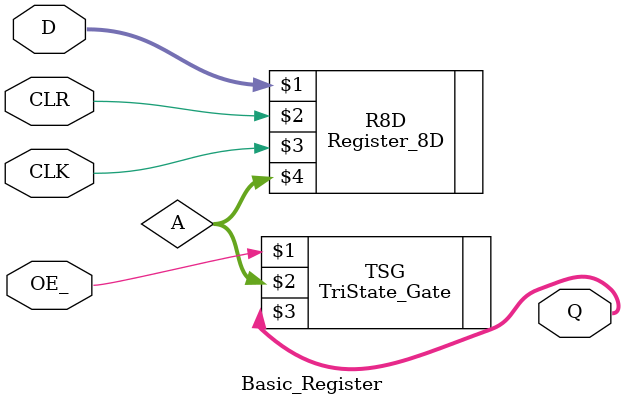
<source format=v>
`timescale 1ns / 1ps


module Basic_Register(
    input [7:0] D,
    input CLK,CLR,OE_,
    output [7:0] Q
    );

    wire [7:0] A;
    Register_8D R8D(D,CLR,CLK,A);
    TriState_Gate TSG(OE_,A,Q);
endmodule

</source>
